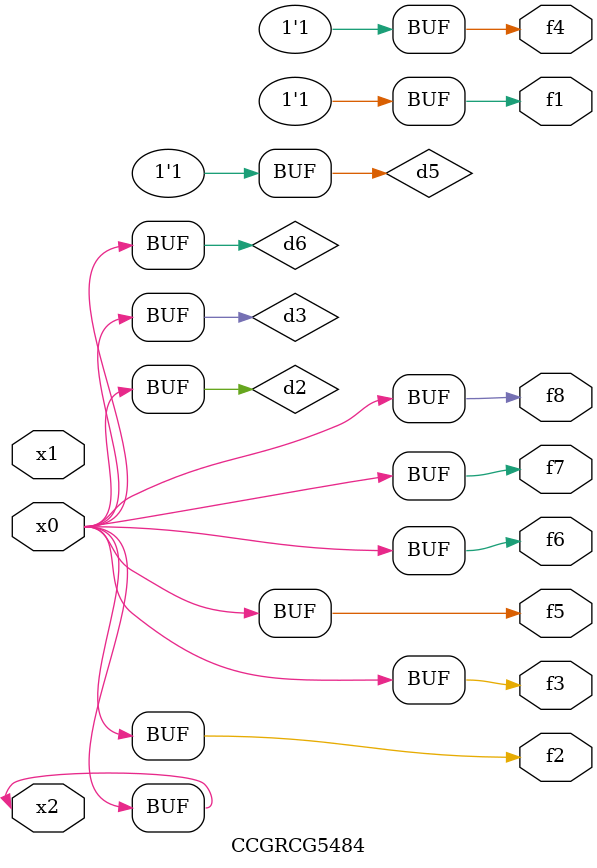
<source format=v>
module CCGRCG5484(
	input x0, x1, x2,
	output f1, f2, f3, f4, f5, f6, f7, f8
);

	wire d1, d2, d3, d4, d5, d6;

	xnor (d1, x2);
	buf (d2, x0, x2);
	and (d3, x0);
	xnor (d4, x1, x2);
	nand (d5, d1, d3);
	buf (d6, d2, d3);
	assign f1 = d5;
	assign f2 = d6;
	assign f3 = d6;
	assign f4 = d5;
	assign f5 = d6;
	assign f6 = d6;
	assign f7 = d6;
	assign f8 = d6;
endmodule

</source>
